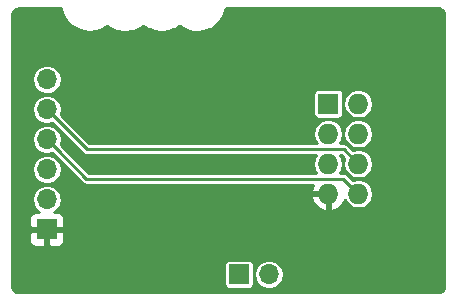
<source format=gbr>
G04 #@! TF.GenerationSoftware,KiCad,Pcbnew,5.0.2-bee76a0~70~ubuntu18.04.1*
G04 #@! TF.CreationDate,2019-08-02T17:52:02+01:00*
G04 #@! TF.ProjectId,UART_plain,55415254-5f70-46c6-9169-6e2e6b696361,rev?*
G04 #@! TF.SameCoordinates,Original*
G04 #@! TF.FileFunction,Copper,L2,Bot*
G04 #@! TF.FilePolarity,Positive*
%FSLAX46Y46*%
G04 Gerber Fmt 4.6, Leading zero omitted, Abs format (unit mm)*
G04 Created by KiCad (PCBNEW 5.0.2-bee76a0~70~ubuntu18.04.1) date Fri 02 Aug 2019 17:52:02 BST*
%MOMM*%
%LPD*%
G01*
G04 APERTURE LIST*
G04 #@! TA.AperFunction,ComponentPad*
%ADD10R,1.727200X1.727200*%
G04 #@! TD*
G04 #@! TA.AperFunction,ComponentPad*
%ADD11O,1.727200X1.727200*%
G04 #@! TD*
G04 #@! TA.AperFunction,ComponentPad*
%ADD12R,1.700000X1.700000*%
G04 #@! TD*
G04 #@! TA.AperFunction,ComponentPad*
%ADD13O,1.700000X1.700000*%
G04 #@! TD*
G04 #@! TA.AperFunction,Conductor*
%ADD14C,0.250000*%
G04 #@! TD*
G04 #@! TA.AperFunction,Conductor*
%ADD15C,0.254000*%
G04 #@! TD*
G04 APERTURE END LIST*
D10*
G04 #@! TO.P,J2,1*
G04 #@! TO.N,VDD*
X132215001Y-92060001D03*
D11*
G04 #@! TO.P,J2,2*
G04 #@! TO.N,/RTS*
X134755001Y-92060001D03*
G04 #@! TO.P,J2,3*
G04 #@! TO.N,/RX2*
X132215001Y-94600001D03*
G04 #@! TO.P,J2,4*
G04 #@! TO.N,/CTS*
X134755001Y-94600001D03*
G04 #@! TO.P,J2,5*
G04 #@! TO.N,/TX2*
X132215001Y-97140001D03*
G04 #@! TO.P,J2,6*
G04 #@! TO.N,/TX*
X134755001Y-97140001D03*
G04 #@! TO.P,J2,7*
G04 #@! TO.N,GND*
X132215001Y-99680001D03*
G04 #@! TO.P,J2,8*
G04 #@! TO.N,/RX*
X134755001Y-99680001D03*
G04 #@! TD*
D12*
G04 #@! TO.P,J1,1*
G04 #@! TO.N,GND*
X108400000Y-102700000D03*
D13*
G04 #@! TO.P,J1,2*
G04 #@! TO.N,/CTS*
X108400000Y-100160000D03*
G04 #@! TO.P,J1,3*
G04 #@! TO.N,VDD*
X108400000Y-97620000D03*
G04 #@! TO.P,J1,4*
G04 #@! TO.N,/RX*
X108400000Y-95080000D03*
G04 #@! TO.P,J1,5*
G04 #@! TO.N,/TX*
X108400000Y-92540000D03*
G04 #@! TO.P,J1,6*
G04 #@! TO.N,/RTS*
X108400000Y-90000000D03*
G04 #@! TD*
D12*
G04 #@! TO.P,J3,1*
G04 #@! TO.N,/RX2*
X124660000Y-106500000D03*
D13*
G04 #@! TO.P,J3,2*
G04 #@! TO.N,/TX2*
X127200000Y-106500000D03*
G04 #@! TD*
D14*
G04 #@! TO.N,/RX*
X111720000Y-98400000D02*
X109249999Y-95929999D01*
X134755001Y-99680001D02*
X133475000Y-98400000D01*
X109249999Y-95929999D02*
X108400000Y-95080000D01*
X133475000Y-98400000D02*
X111720000Y-98400000D01*
G04 #@! TO.N,/TX*
X109249999Y-93389999D02*
X108400000Y-92540000D01*
X111760000Y-95900000D02*
X109249999Y-93389999D01*
X134755001Y-97140001D02*
X133515000Y-95900000D01*
X133515000Y-95900000D02*
X111760000Y-95900000D01*
G04 #@! TD*
D15*
G04 #@! TO.N,GND*
G36*
X109716264Y-84393348D02*
X109740339Y-84450411D01*
X109763680Y-84507678D01*
X109766522Y-84512470D01*
X110058792Y-84998409D01*
X110097888Y-85046388D01*
X110136390Y-85094835D01*
X110140463Y-85098637D01*
X110557371Y-85483012D01*
X110608329Y-85518067D01*
X110658914Y-85553784D01*
X110663890Y-85556290D01*
X111171923Y-85808204D01*
X111230727Y-85827566D01*
X111289248Y-85847631D01*
X111294727Y-85848639D01*
X111853042Y-85947840D01*
X111914867Y-85949918D01*
X111976719Y-85952754D01*
X111982260Y-85952183D01*
X112545978Y-85890695D01*
X112605918Y-85875333D01*
X112666059Y-85860700D01*
X112671215Y-85858598D01*
X112671220Y-85858597D01*
X112671225Y-85858594D01*
X113195020Y-85641365D01*
X113248212Y-85609813D01*
X113301859Y-85578872D01*
X113306220Y-85575406D01*
X113462691Y-85449487D01*
X113620216Y-85575740D01*
X113644462Y-85590258D01*
X113666289Y-85608202D01*
X113725576Y-85638967D01*
X114255310Y-85866287D01*
X114282989Y-85873924D01*
X114309250Y-85885520D01*
X114374625Y-85899208D01*
X114945977Y-85975697D01*
X114974689Y-85975609D01*
X115003101Y-85979716D01*
X115069750Y-85975319D01*
X115640624Y-85895342D01*
X115668251Y-85887537D01*
X115696723Y-85883852D01*
X115759734Y-85861693D01*
X116288071Y-85631145D01*
X116312584Y-85616197D01*
X116339015Y-85604991D01*
X116393746Y-85566704D01*
X116554942Y-85435353D01*
X116710675Y-85560169D01*
X116734921Y-85574687D01*
X116756748Y-85592631D01*
X116816035Y-85623396D01*
X117345769Y-85850716D01*
X117373448Y-85858353D01*
X117399709Y-85869949D01*
X117465084Y-85883637D01*
X118036436Y-85960126D01*
X118065148Y-85960038D01*
X118093560Y-85964145D01*
X118160209Y-85959748D01*
X118731083Y-85879771D01*
X118758710Y-85871966D01*
X118787182Y-85868281D01*
X118850193Y-85846122D01*
X119378530Y-85615574D01*
X119403043Y-85600626D01*
X119429474Y-85589420D01*
X119484205Y-85551133D01*
X119622752Y-85438238D01*
X119640778Y-85453434D01*
X119645521Y-85456356D01*
X120126500Y-85748578D01*
X120183414Y-85772890D01*
X120240023Y-85797894D01*
X120245396Y-85799367D01*
X120789059Y-85944849D01*
X120850523Y-85952212D01*
X120911861Y-85960321D01*
X120917431Y-85960227D01*
X121480074Y-85947273D01*
X121541105Y-85937094D01*
X121602283Y-85927657D01*
X121607603Y-85926003D01*
X122143993Y-85755654D01*
X122199704Y-85728760D01*
X122255784Y-85702527D01*
X122260426Y-85699447D01*
X122727445Y-85385399D01*
X122773352Y-85343964D01*
X122819832Y-85303031D01*
X122823423Y-85298771D01*
X123183528Y-84866269D01*
X123215983Y-84813579D01*
X123249084Y-84761281D01*
X123251334Y-84756185D01*
X123475577Y-84239997D01*
X123491936Y-84180324D01*
X123509030Y-84120832D01*
X123509760Y-84115308D01*
X123526682Y-83981000D01*
X141547373Y-83981000D01*
X141564073Y-83977678D01*
X141704761Y-84005663D01*
X141878349Y-84121651D01*
X141994337Y-84295239D01*
X142022322Y-84435928D01*
X142019000Y-84452628D01*
X142019001Y-107547373D01*
X142022322Y-107564070D01*
X141994337Y-107704761D01*
X141878349Y-107878349D01*
X141704761Y-107994337D01*
X141564073Y-108022322D01*
X141547373Y-108019000D01*
X105952627Y-108019000D01*
X105935927Y-108022322D01*
X105795239Y-107994337D01*
X105621651Y-107878349D01*
X105505663Y-107704761D01*
X105477678Y-107564073D01*
X105481000Y-107547373D01*
X105481000Y-105650000D01*
X123421536Y-105650000D01*
X123421536Y-107350000D01*
X123451106Y-107498659D01*
X123535314Y-107624686D01*
X123661341Y-107708894D01*
X123810000Y-107738464D01*
X125510000Y-107738464D01*
X125658659Y-107708894D01*
X125784686Y-107624686D01*
X125868894Y-107498659D01*
X125898464Y-107350000D01*
X125898464Y-106500000D01*
X125944884Y-106500000D01*
X126040424Y-106980312D01*
X126312499Y-107387501D01*
X126719688Y-107659576D01*
X127078761Y-107731000D01*
X127321239Y-107731000D01*
X127680312Y-107659576D01*
X128087501Y-107387501D01*
X128359576Y-106980312D01*
X128455116Y-106500000D01*
X128359576Y-106019688D01*
X128087501Y-105612499D01*
X127680312Y-105340424D01*
X127321239Y-105269000D01*
X127078761Y-105269000D01*
X126719688Y-105340424D01*
X126312499Y-105612499D01*
X126040424Y-106019688D01*
X125944884Y-106500000D01*
X125898464Y-106500000D01*
X125898464Y-105650000D01*
X125868894Y-105501341D01*
X125784686Y-105375314D01*
X125658659Y-105291106D01*
X125510000Y-105261536D01*
X123810000Y-105261536D01*
X123661341Y-105291106D01*
X123535314Y-105375314D01*
X123451106Y-105501341D01*
X123421536Y-105650000D01*
X105481000Y-105650000D01*
X105481000Y-102985750D01*
X106915000Y-102985750D01*
X106915000Y-103676310D01*
X107011673Y-103909699D01*
X107190302Y-104088327D01*
X107423691Y-104185000D01*
X108114250Y-104185000D01*
X108273000Y-104026250D01*
X108273000Y-102827000D01*
X108527000Y-102827000D01*
X108527000Y-104026250D01*
X108685750Y-104185000D01*
X109376309Y-104185000D01*
X109609698Y-104088327D01*
X109788327Y-103909699D01*
X109885000Y-103676310D01*
X109885000Y-102985750D01*
X109726250Y-102827000D01*
X108527000Y-102827000D01*
X108273000Y-102827000D01*
X107073750Y-102827000D01*
X106915000Y-102985750D01*
X105481000Y-102985750D01*
X105481000Y-101723690D01*
X106915000Y-101723690D01*
X106915000Y-102414250D01*
X107073750Y-102573000D01*
X108273000Y-102573000D01*
X108273000Y-102553000D01*
X108527000Y-102553000D01*
X108527000Y-102573000D01*
X109726250Y-102573000D01*
X109885000Y-102414250D01*
X109885000Y-101723690D01*
X109788327Y-101490301D01*
X109609698Y-101311673D01*
X109376309Y-101215000D01*
X109036821Y-101215000D01*
X109287501Y-101047501D01*
X109559576Y-100640312D01*
X109655116Y-100160000D01*
X109631053Y-100039027D01*
X130760043Y-100039027D01*
X130932313Y-100454948D01*
X131326511Y-100886822D01*
X131855974Y-101134969D01*
X132088001Y-101014470D01*
X132088001Y-99807001D01*
X130881184Y-99807001D01*
X130760043Y-100039027D01*
X109631053Y-100039027D01*
X109559576Y-99679688D01*
X109287501Y-99272499D01*
X108880312Y-99000424D01*
X108521239Y-98929000D01*
X108278761Y-98929000D01*
X107919688Y-99000424D01*
X107512499Y-99272499D01*
X107240424Y-99679688D01*
X107144884Y-100160000D01*
X107240424Y-100640312D01*
X107512499Y-101047501D01*
X107763179Y-101215000D01*
X107423691Y-101215000D01*
X107190302Y-101311673D01*
X107011673Y-101490301D01*
X106915000Y-101723690D01*
X105481000Y-101723690D01*
X105481000Y-97620000D01*
X107144884Y-97620000D01*
X107240424Y-98100312D01*
X107512499Y-98507501D01*
X107919688Y-98779576D01*
X108278761Y-98851000D01*
X108521239Y-98851000D01*
X108880312Y-98779576D01*
X109287501Y-98507501D01*
X109559576Y-98100312D01*
X109655116Y-97620000D01*
X109559576Y-97139688D01*
X109287501Y-96732499D01*
X108880312Y-96460424D01*
X108521239Y-96389000D01*
X108278761Y-96389000D01*
X107919688Y-96460424D01*
X107512499Y-96732499D01*
X107240424Y-97139688D01*
X107144884Y-97620000D01*
X105481000Y-97620000D01*
X105481000Y-92540000D01*
X107144884Y-92540000D01*
X107240424Y-93020312D01*
X107512499Y-93427501D01*
X107919688Y-93699576D01*
X108278761Y-93771000D01*
X108521239Y-93771000D01*
X108850011Y-93705603D01*
X108927441Y-93783033D01*
X108927444Y-93783035D01*
X111366963Y-96222555D01*
X111395194Y-96264806D01*
X111562569Y-96376641D01*
X111710165Y-96406000D01*
X111759999Y-96415913D01*
X111809833Y-96406000D01*
X131208578Y-96406000D01*
X131042614Y-96654382D01*
X130946018Y-97140001D01*
X131042614Y-97625620D01*
X131221940Y-97894000D01*
X111929592Y-97894000D01*
X109643035Y-95607444D01*
X109643033Y-95607441D01*
X109565603Y-95530011D01*
X109655116Y-95080000D01*
X109559576Y-94599688D01*
X109287501Y-94192499D01*
X108880312Y-93920424D01*
X108521239Y-93849000D01*
X108278761Y-93849000D01*
X107919688Y-93920424D01*
X107512499Y-94192499D01*
X107240424Y-94599688D01*
X107144884Y-95080000D01*
X107240424Y-95560312D01*
X107512499Y-95967501D01*
X107919688Y-96239576D01*
X108278761Y-96311000D01*
X108521239Y-96311000D01*
X108850011Y-96245603D01*
X108927441Y-96323033D01*
X108927444Y-96323035D01*
X111326963Y-98722555D01*
X111355194Y-98764806D01*
X111522569Y-98876641D01*
X111670165Y-98906000D01*
X111670166Y-98906000D01*
X111720000Y-98915913D01*
X111769834Y-98906000D01*
X130931921Y-98906000D01*
X130760043Y-99320975D01*
X130881184Y-99553001D01*
X132088001Y-99553001D01*
X132088001Y-99533001D01*
X132342001Y-99533001D01*
X132342001Y-99553001D01*
X132362001Y-99553001D01*
X132362001Y-99807001D01*
X132342001Y-99807001D01*
X132342001Y-101014470D01*
X132574028Y-101134969D01*
X133103491Y-100886822D01*
X133497689Y-100454948D01*
X133604166Y-100197875D01*
X133857695Y-100577307D01*
X134269382Y-100852388D01*
X134632420Y-100924601D01*
X134877582Y-100924601D01*
X135240620Y-100852388D01*
X135652307Y-100577307D01*
X135927388Y-100165620D01*
X136023984Y-99680001D01*
X135927388Y-99194382D01*
X135652307Y-98782695D01*
X135240620Y-98507614D01*
X134877582Y-98435401D01*
X134632420Y-98435401D01*
X134293423Y-98502832D01*
X133868038Y-98077447D01*
X133839806Y-98035194D01*
X133672431Y-97923359D01*
X133524835Y-97894000D01*
X133524834Y-97894000D01*
X133475000Y-97884087D01*
X133425166Y-97894000D01*
X133208062Y-97894000D01*
X133387388Y-97625620D01*
X133483984Y-97140001D01*
X133387388Y-96654382D01*
X133221424Y-96406000D01*
X133305409Y-96406000D01*
X133577832Y-96678423D01*
X133486018Y-97140001D01*
X133582614Y-97625620D01*
X133857695Y-98037307D01*
X134269382Y-98312388D01*
X134632420Y-98384601D01*
X134877582Y-98384601D01*
X135240620Y-98312388D01*
X135652307Y-98037307D01*
X135927388Y-97625620D01*
X136023984Y-97140001D01*
X135927388Y-96654382D01*
X135652307Y-96242695D01*
X135240620Y-95967614D01*
X134877582Y-95895401D01*
X134632420Y-95895401D01*
X134293423Y-95962832D01*
X133908038Y-95577447D01*
X133879806Y-95535194D01*
X133712431Y-95423359D01*
X133564835Y-95394000D01*
X133564834Y-95394000D01*
X133515000Y-95384087D01*
X133465166Y-95394000D01*
X133181335Y-95394000D01*
X133387388Y-95085620D01*
X133483984Y-94600001D01*
X133486018Y-94600001D01*
X133582614Y-95085620D01*
X133857695Y-95497307D01*
X134269382Y-95772388D01*
X134632420Y-95844601D01*
X134877582Y-95844601D01*
X135240620Y-95772388D01*
X135652307Y-95497307D01*
X135927388Y-95085620D01*
X136023984Y-94600001D01*
X135927388Y-94114382D01*
X135652307Y-93702695D01*
X135240620Y-93427614D01*
X134877582Y-93355401D01*
X134632420Y-93355401D01*
X134269382Y-93427614D01*
X133857695Y-93702695D01*
X133582614Y-94114382D01*
X133486018Y-94600001D01*
X133483984Y-94600001D01*
X133387388Y-94114382D01*
X133112307Y-93702695D01*
X132700620Y-93427614D01*
X132337582Y-93355401D01*
X132092420Y-93355401D01*
X131729382Y-93427614D01*
X131317695Y-93702695D01*
X131042614Y-94114382D01*
X130946018Y-94600001D01*
X131042614Y-95085620D01*
X131248667Y-95394000D01*
X111969592Y-95394000D01*
X109643035Y-93067444D01*
X109643033Y-93067441D01*
X109565603Y-92990011D01*
X109655116Y-92540000D01*
X109559576Y-92059688D01*
X109287501Y-91652499D01*
X108880312Y-91380424D01*
X108521239Y-91309000D01*
X108278761Y-91309000D01*
X107919688Y-91380424D01*
X107512499Y-91652499D01*
X107240424Y-92059688D01*
X107144884Y-92540000D01*
X105481000Y-92540000D01*
X105481000Y-90000000D01*
X107144884Y-90000000D01*
X107240424Y-90480312D01*
X107512499Y-90887501D01*
X107919688Y-91159576D01*
X108278761Y-91231000D01*
X108521239Y-91231000D01*
X108695180Y-91196401D01*
X130962937Y-91196401D01*
X130962937Y-92923601D01*
X130992507Y-93072260D01*
X131076715Y-93198287D01*
X131202742Y-93282495D01*
X131351401Y-93312065D01*
X133078601Y-93312065D01*
X133227260Y-93282495D01*
X133353287Y-93198287D01*
X133437495Y-93072260D01*
X133467065Y-92923601D01*
X133467065Y-92060001D01*
X133486018Y-92060001D01*
X133582614Y-92545620D01*
X133857695Y-92957307D01*
X134269382Y-93232388D01*
X134632420Y-93304601D01*
X134877582Y-93304601D01*
X135240620Y-93232388D01*
X135652307Y-92957307D01*
X135927388Y-92545620D01*
X136023984Y-92060001D01*
X135927388Y-91574382D01*
X135652307Y-91162695D01*
X135240620Y-90887614D01*
X134877582Y-90815401D01*
X134632420Y-90815401D01*
X134269382Y-90887614D01*
X133857695Y-91162695D01*
X133582614Y-91574382D01*
X133486018Y-92060001D01*
X133467065Y-92060001D01*
X133467065Y-91196401D01*
X133437495Y-91047742D01*
X133353287Y-90921715D01*
X133227260Y-90837507D01*
X133078601Y-90807937D01*
X131351401Y-90807937D01*
X131202742Y-90837507D01*
X131076715Y-90921715D01*
X130992507Y-91047742D01*
X130962937Y-91196401D01*
X108695180Y-91196401D01*
X108880312Y-91159576D01*
X109287501Y-90887501D01*
X109559576Y-90480312D01*
X109655116Y-90000000D01*
X109559576Y-89519688D01*
X109287501Y-89112499D01*
X108880312Y-88840424D01*
X108521239Y-88769000D01*
X108278761Y-88769000D01*
X107919688Y-88840424D01*
X107512499Y-89112499D01*
X107240424Y-89519688D01*
X107144884Y-90000000D01*
X105481000Y-90000000D01*
X105481000Y-84452627D01*
X105477678Y-84435927D01*
X105505663Y-84295239D01*
X105621651Y-84121651D01*
X105795239Y-84005663D01*
X106044911Y-83956000D01*
X109601324Y-83956000D01*
X109716264Y-84393348D01*
X109716264Y-84393348D01*
G37*
X109716264Y-84393348D02*
X109740339Y-84450411D01*
X109763680Y-84507678D01*
X109766522Y-84512470D01*
X110058792Y-84998409D01*
X110097888Y-85046388D01*
X110136390Y-85094835D01*
X110140463Y-85098637D01*
X110557371Y-85483012D01*
X110608329Y-85518067D01*
X110658914Y-85553784D01*
X110663890Y-85556290D01*
X111171923Y-85808204D01*
X111230727Y-85827566D01*
X111289248Y-85847631D01*
X111294727Y-85848639D01*
X111853042Y-85947840D01*
X111914867Y-85949918D01*
X111976719Y-85952754D01*
X111982260Y-85952183D01*
X112545978Y-85890695D01*
X112605918Y-85875333D01*
X112666059Y-85860700D01*
X112671215Y-85858598D01*
X112671220Y-85858597D01*
X112671225Y-85858594D01*
X113195020Y-85641365D01*
X113248212Y-85609813D01*
X113301859Y-85578872D01*
X113306220Y-85575406D01*
X113462691Y-85449487D01*
X113620216Y-85575740D01*
X113644462Y-85590258D01*
X113666289Y-85608202D01*
X113725576Y-85638967D01*
X114255310Y-85866287D01*
X114282989Y-85873924D01*
X114309250Y-85885520D01*
X114374625Y-85899208D01*
X114945977Y-85975697D01*
X114974689Y-85975609D01*
X115003101Y-85979716D01*
X115069750Y-85975319D01*
X115640624Y-85895342D01*
X115668251Y-85887537D01*
X115696723Y-85883852D01*
X115759734Y-85861693D01*
X116288071Y-85631145D01*
X116312584Y-85616197D01*
X116339015Y-85604991D01*
X116393746Y-85566704D01*
X116554942Y-85435353D01*
X116710675Y-85560169D01*
X116734921Y-85574687D01*
X116756748Y-85592631D01*
X116816035Y-85623396D01*
X117345769Y-85850716D01*
X117373448Y-85858353D01*
X117399709Y-85869949D01*
X117465084Y-85883637D01*
X118036436Y-85960126D01*
X118065148Y-85960038D01*
X118093560Y-85964145D01*
X118160209Y-85959748D01*
X118731083Y-85879771D01*
X118758710Y-85871966D01*
X118787182Y-85868281D01*
X118850193Y-85846122D01*
X119378530Y-85615574D01*
X119403043Y-85600626D01*
X119429474Y-85589420D01*
X119484205Y-85551133D01*
X119622752Y-85438238D01*
X119640778Y-85453434D01*
X119645521Y-85456356D01*
X120126500Y-85748578D01*
X120183414Y-85772890D01*
X120240023Y-85797894D01*
X120245396Y-85799367D01*
X120789059Y-85944849D01*
X120850523Y-85952212D01*
X120911861Y-85960321D01*
X120917431Y-85960227D01*
X121480074Y-85947273D01*
X121541105Y-85937094D01*
X121602283Y-85927657D01*
X121607603Y-85926003D01*
X122143993Y-85755654D01*
X122199704Y-85728760D01*
X122255784Y-85702527D01*
X122260426Y-85699447D01*
X122727445Y-85385399D01*
X122773352Y-85343964D01*
X122819832Y-85303031D01*
X122823423Y-85298771D01*
X123183528Y-84866269D01*
X123215983Y-84813579D01*
X123249084Y-84761281D01*
X123251334Y-84756185D01*
X123475577Y-84239997D01*
X123491936Y-84180324D01*
X123509030Y-84120832D01*
X123509760Y-84115308D01*
X123526682Y-83981000D01*
X141547373Y-83981000D01*
X141564073Y-83977678D01*
X141704761Y-84005663D01*
X141878349Y-84121651D01*
X141994337Y-84295239D01*
X142022322Y-84435928D01*
X142019000Y-84452628D01*
X142019001Y-107547373D01*
X142022322Y-107564070D01*
X141994337Y-107704761D01*
X141878349Y-107878349D01*
X141704761Y-107994337D01*
X141564073Y-108022322D01*
X141547373Y-108019000D01*
X105952627Y-108019000D01*
X105935927Y-108022322D01*
X105795239Y-107994337D01*
X105621651Y-107878349D01*
X105505663Y-107704761D01*
X105477678Y-107564073D01*
X105481000Y-107547373D01*
X105481000Y-105650000D01*
X123421536Y-105650000D01*
X123421536Y-107350000D01*
X123451106Y-107498659D01*
X123535314Y-107624686D01*
X123661341Y-107708894D01*
X123810000Y-107738464D01*
X125510000Y-107738464D01*
X125658659Y-107708894D01*
X125784686Y-107624686D01*
X125868894Y-107498659D01*
X125898464Y-107350000D01*
X125898464Y-106500000D01*
X125944884Y-106500000D01*
X126040424Y-106980312D01*
X126312499Y-107387501D01*
X126719688Y-107659576D01*
X127078761Y-107731000D01*
X127321239Y-107731000D01*
X127680312Y-107659576D01*
X128087501Y-107387501D01*
X128359576Y-106980312D01*
X128455116Y-106500000D01*
X128359576Y-106019688D01*
X128087501Y-105612499D01*
X127680312Y-105340424D01*
X127321239Y-105269000D01*
X127078761Y-105269000D01*
X126719688Y-105340424D01*
X126312499Y-105612499D01*
X126040424Y-106019688D01*
X125944884Y-106500000D01*
X125898464Y-106500000D01*
X125898464Y-105650000D01*
X125868894Y-105501341D01*
X125784686Y-105375314D01*
X125658659Y-105291106D01*
X125510000Y-105261536D01*
X123810000Y-105261536D01*
X123661341Y-105291106D01*
X123535314Y-105375314D01*
X123451106Y-105501341D01*
X123421536Y-105650000D01*
X105481000Y-105650000D01*
X105481000Y-102985750D01*
X106915000Y-102985750D01*
X106915000Y-103676310D01*
X107011673Y-103909699D01*
X107190302Y-104088327D01*
X107423691Y-104185000D01*
X108114250Y-104185000D01*
X108273000Y-104026250D01*
X108273000Y-102827000D01*
X108527000Y-102827000D01*
X108527000Y-104026250D01*
X108685750Y-104185000D01*
X109376309Y-104185000D01*
X109609698Y-104088327D01*
X109788327Y-103909699D01*
X109885000Y-103676310D01*
X109885000Y-102985750D01*
X109726250Y-102827000D01*
X108527000Y-102827000D01*
X108273000Y-102827000D01*
X107073750Y-102827000D01*
X106915000Y-102985750D01*
X105481000Y-102985750D01*
X105481000Y-101723690D01*
X106915000Y-101723690D01*
X106915000Y-102414250D01*
X107073750Y-102573000D01*
X108273000Y-102573000D01*
X108273000Y-102553000D01*
X108527000Y-102553000D01*
X108527000Y-102573000D01*
X109726250Y-102573000D01*
X109885000Y-102414250D01*
X109885000Y-101723690D01*
X109788327Y-101490301D01*
X109609698Y-101311673D01*
X109376309Y-101215000D01*
X109036821Y-101215000D01*
X109287501Y-101047501D01*
X109559576Y-100640312D01*
X109655116Y-100160000D01*
X109631053Y-100039027D01*
X130760043Y-100039027D01*
X130932313Y-100454948D01*
X131326511Y-100886822D01*
X131855974Y-101134969D01*
X132088001Y-101014470D01*
X132088001Y-99807001D01*
X130881184Y-99807001D01*
X130760043Y-100039027D01*
X109631053Y-100039027D01*
X109559576Y-99679688D01*
X109287501Y-99272499D01*
X108880312Y-99000424D01*
X108521239Y-98929000D01*
X108278761Y-98929000D01*
X107919688Y-99000424D01*
X107512499Y-99272499D01*
X107240424Y-99679688D01*
X107144884Y-100160000D01*
X107240424Y-100640312D01*
X107512499Y-101047501D01*
X107763179Y-101215000D01*
X107423691Y-101215000D01*
X107190302Y-101311673D01*
X107011673Y-101490301D01*
X106915000Y-101723690D01*
X105481000Y-101723690D01*
X105481000Y-97620000D01*
X107144884Y-97620000D01*
X107240424Y-98100312D01*
X107512499Y-98507501D01*
X107919688Y-98779576D01*
X108278761Y-98851000D01*
X108521239Y-98851000D01*
X108880312Y-98779576D01*
X109287501Y-98507501D01*
X109559576Y-98100312D01*
X109655116Y-97620000D01*
X109559576Y-97139688D01*
X109287501Y-96732499D01*
X108880312Y-96460424D01*
X108521239Y-96389000D01*
X108278761Y-96389000D01*
X107919688Y-96460424D01*
X107512499Y-96732499D01*
X107240424Y-97139688D01*
X107144884Y-97620000D01*
X105481000Y-97620000D01*
X105481000Y-92540000D01*
X107144884Y-92540000D01*
X107240424Y-93020312D01*
X107512499Y-93427501D01*
X107919688Y-93699576D01*
X108278761Y-93771000D01*
X108521239Y-93771000D01*
X108850011Y-93705603D01*
X108927441Y-93783033D01*
X108927444Y-93783035D01*
X111366963Y-96222555D01*
X111395194Y-96264806D01*
X111562569Y-96376641D01*
X111710165Y-96406000D01*
X111759999Y-96415913D01*
X111809833Y-96406000D01*
X131208578Y-96406000D01*
X131042614Y-96654382D01*
X130946018Y-97140001D01*
X131042614Y-97625620D01*
X131221940Y-97894000D01*
X111929592Y-97894000D01*
X109643035Y-95607444D01*
X109643033Y-95607441D01*
X109565603Y-95530011D01*
X109655116Y-95080000D01*
X109559576Y-94599688D01*
X109287501Y-94192499D01*
X108880312Y-93920424D01*
X108521239Y-93849000D01*
X108278761Y-93849000D01*
X107919688Y-93920424D01*
X107512499Y-94192499D01*
X107240424Y-94599688D01*
X107144884Y-95080000D01*
X107240424Y-95560312D01*
X107512499Y-95967501D01*
X107919688Y-96239576D01*
X108278761Y-96311000D01*
X108521239Y-96311000D01*
X108850011Y-96245603D01*
X108927441Y-96323033D01*
X108927444Y-96323035D01*
X111326963Y-98722555D01*
X111355194Y-98764806D01*
X111522569Y-98876641D01*
X111670165Y-98906000D01*
X111670166Y-98906000D01*
X111720000Y-98915913D01*
X111769834Y-98906000D01*
X130931921Y-98906000D01*
X130760043Y-99320975D01*
X130881184Y-99553001D01*
X132088001Y-99553001D01*
X132088001Y-99533001D01*
X132342001Y-99533001D01*
X132342001Y-99553001D01*
X132362001Y-99553001D01*
X132362001Y-99807001D01*
X132342001Y-99807001D01*
X132342001Y-101014470D01*
X132574028Y-101134969D01*
X133103491Y-100886822D01*
X133497689Y-100454948D01*
X133604166Y-100197875D01*
X133857695Y-100577307D01*
X134269382Y-100852388D01*
X134632420Y-100924601D01*
X134877582Y-100924601D01*
X135240620Y-100852388D01*
X135652307Y-100577307D01*
X135927388Y-100165620D01*
X136023984Y-99680001D01*
X135927388Y-99194382D01*
X135652307Y-98782695D01*
X135240620Y-98507614D01*
X134877582Y-98435401D01*
X134632420Y-98435401D01*
X134293423Y-98502832D01*
X133868038Y-98077447D01*
X133839806Y-98035194D01*
X133672431Y-97923359D01*
X133524835Y-97894000D01*
X133524834Y-97894000D01*
X133475000Y-97884087D01*
X133425166Y-97894000D01*
X133208062Y-97894000D01*
X133387388Y-97625620D01*
X133483984Y-97140001D01*
X133387388Y-96654382D01*
X133221424Y-96406000D01*
X133305409Y-96406000D01*
X133577832Y-96678423D01*
X133486018Y-97140001D01*
X133582614Y-97625620D01*
X133857695Y-98037307D01*
X134269382Y-98312388D01*
X134632420Y-98384601D01*
X134877582Y-98384601D01*
X135240620Y-98312388D01*
X135652307Y-98037307D01*
X135927388Y-97625620D01*
X136023984Y-97140001D01*
X135927388Y-96654382D01*
X135652307Y-96242695D01*
X135240620Y-95967614D01*
X134877582Y-95895401D01*
X134632420Y-95895401D01*
X134293423Y-95962832D01*
X133908038Y-95577447D01*
X133879806Y-95535194D01*
X133712431Y-95423359D01*
X133564835Y-95394000D01*
X133564834Y-95394000D01*
X133515000Y-95384087D01*
X133465166Y-95394000D01*
X133181335Y-95394000D01*
X133387388Y-95085620D01*
X133483984Y-94600001D01*
X133486018Y-94600001D01*
X133582614Y-95085620D01*
X133857695Y-95497307D01*
X134269382Y-95772388D01*
X134632420Y-95844601D01*
X134877582Y-95844601D01*
X135240620Y-95772388D01*
X135652307Y-95497307D01*
X135927388Y-95085620D01*
X136023984Y-94600001D01*
X135927388Y-94114382D01*
X135652307Y-93702695D01*
X135240620Y-93427614D01*
X134877582Y-93355401D01*
X134632420Y-93355401D01*
X134269382Y-93427614D01*
X133857695Y-93702695D01*
X133582614Y-94114382D01*
X133486018Y-94600001D01*
X133483984Y-94600001D01*
X133387388Y-94114382D01*
X133112307Y-93702695D01*
X132700620Y-93427614D01*
X132337582Y-93355401D01*
X132092420Y-93355401D01*
X131729382Y-93427614D01*
X131317695Y-93702695D01*
X131042614Y-94114382D01*
X130946018Y-94600001D01*
X131042614Y-95085620D01*
X131248667Y-95394000D01*
X111969592Y-95394000D01*
X109643035Y-93067444D01*
X109643033Y-93067441D01*
X109565603Y-92990011D01*
X109655116Y-92540000D01*
X109559576Y-92059688D01*
X109287501Y-91652499D01*
X108880312Y-91380424D01*
X108521239Y-91309000D01*
X108278761Y-91309000D01*
X107919688Y-91380424D01*
X107512499Y-91652499D01*
X107240424Y-92059688D01*
X107144884Y-92540000D01*
X105481000Y-92540000D01*
X105481000Y-90000000D01*
X107144884Y-90000000D01*
X107240424Y-90480312D01*
X107512499Y-90887501D01*
X107919688Y-91159576D01*
X108278761Y-91231000D01*
X108521239Y-91231000D01*
X108695180Y-91196401D01*
X130962937Y-91196401D01*
X130962937Y-92923601D01*
X130992507Y-93072260D01*
X131076715Y-93198287D01*
X131202742Y-93282495D01*
X131351401Y-93312065D01*
X133078601Y-93312065D01*
X133227260Y-93282495D01*
X133353287Y-93198287D01*
X133437495Y-93072260D01*
X133467065Y-92923601D01*
X133467065Y-92060001D01*
X133486018Y-92060001D01*
X133582614Y-92545620D01*
X133857695Y-92957307D01*
X134269382Y-93232388D01*
X134632420Y-93304601D01*
X134877582Y-93304601D01*
X135240620Y-93232388D01*
X135652307Y-92957307D01*
X135927388Y-92545620D01*
X136023984Y-92060001D01*
X135927388Y-91574382D01*
X135652307Y-91162695D01*
X135240620Y-90887614D01*
X134877582Y-90815401D01*
X134632420Y-90815401D01*
X134269382Y-90887614D01*
X133857695Y-91162695D01*
X133582614Y-91574382D01*
X133486018Y-92060001D01*
X133467065Y-92060001D01*
X133467065Y-91196401D01*
X133437495Y-91047742D01*
X133353287Y-90921715D01*
X133227260Y-90837507D01*
X133078601Y-90807937D01*
X131351401Y-90807937D01*
X131202742Y-90837507D01*
X131076715Y-90921715D01*
X130992507Y-91047742D01*
X130962937Y-91196401D01*
X108695180Y-91196401D01*
X108880312Y-91159576D01*
X109287501Y-90887501D01*
X109559576Y-90480312D01*
X109655116Y-90000000D01*
X109559576Y-89519688D01*
X109287501Y-89112499D01*
X108880312Y-88840424D01*
X108521239Y-88769000D01*
X108278761Y-88769000D01*
X107919688Y-88840424D01*
X107512499Y-89112499D01*
X107240424Y-89519688D01*
X107144884Y-90000000D01*
X105481000Y-90000000D01*
X105481000Y-84452627D01*
X105477678Y-84435927D01*
X105505663Y-84295239D01*
X105621651Y-84121651D01*
X105795239Y-84005663D01*
X106044911Y-83956000D01*
X109601324Y-83956000D01*
X109716264Y-84393348D01*
G04 #@! TD*
M02*

</source>
